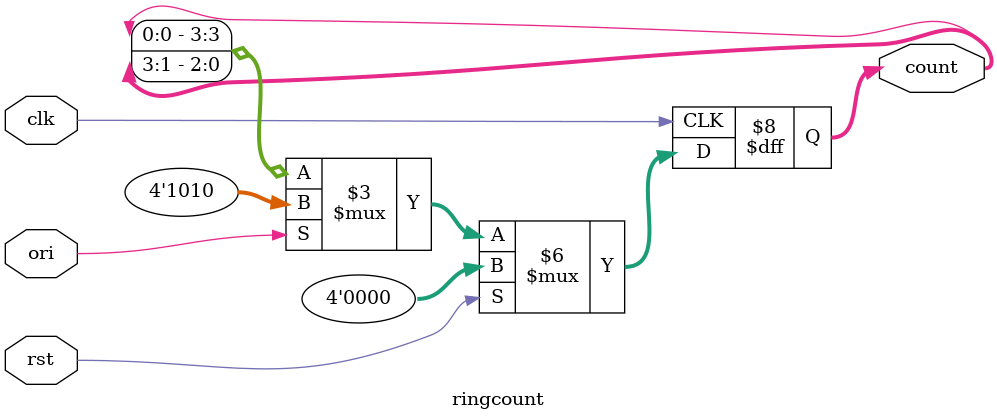
<source format=v>
module ringcount(
	input clk,rst,ori,
	output reg [3:0]count);

always@(posedge clk)
begin
if(rst)
	count <= 4'b0000;
else if(ori)
	count <= 4'b1010;
else
	count <= { count[0],count[3:1]};
end
endmodule

	

</source>
